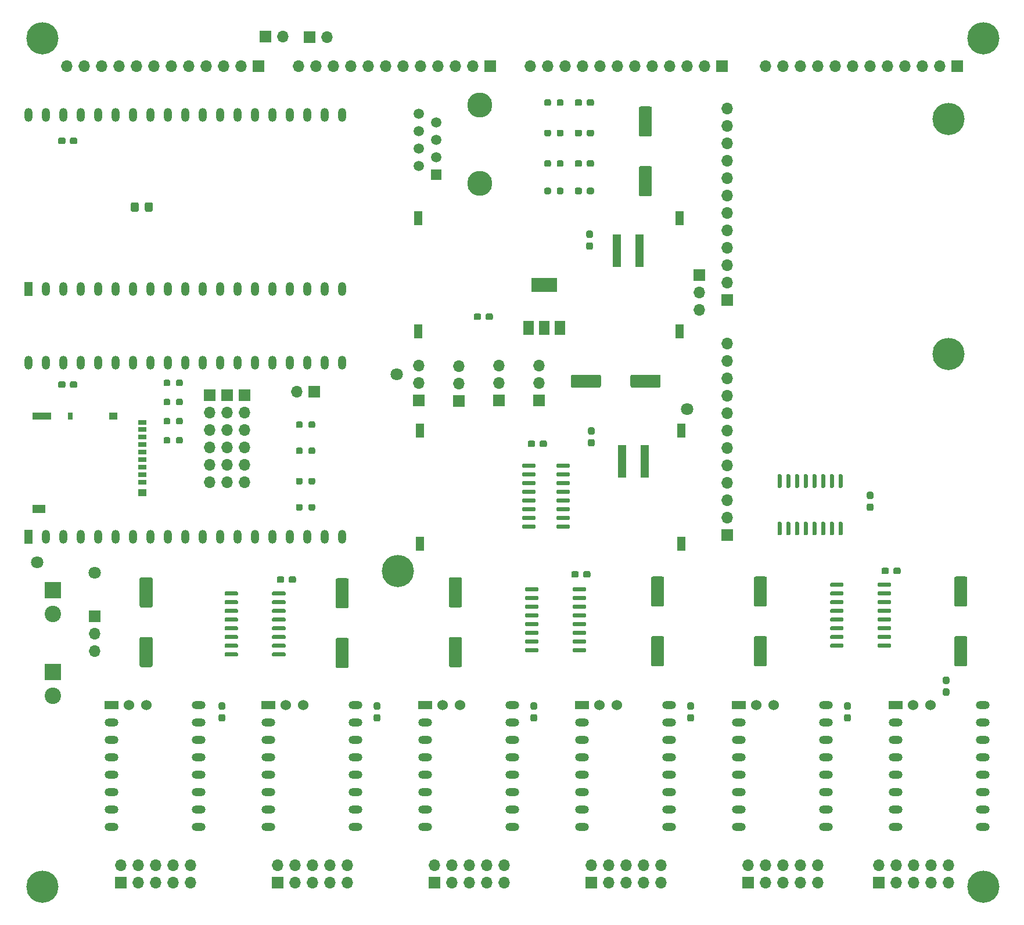
<source format=gts>
G04 #@! TF.GenerationSoftware,KiCad,Pcbnew,(5.1.9)-1*
G04 #@! TF.CreationDate,2021-03-09T19:40:00-06:00*
G04 #@! TF.ProjectId,BDringController,42447269-6e67-4436-9f6e-74726f6c6c65,rev?*
G04 #@! TF.SameCoordinates,Original*
G04 #@! TF.FileFunction,Soldermask,Top*
G04 #@! TF.FilePolarity,Negative*
%FSLAX46Y46*%
G04 Gerber Fmt 4.6, Leading zero omitted, Abs format (unit mm)*
G04 Created by KiCad (PCBNEW (5.1.9)-1) date 2021-03-09 19:40:00*
%MOMM*%
%LPD*%
G01*
G04 APERTURE LIST*
%ADD10O,1.200000X2.000000*%
%ADD11R,1.200000X2.000000*%
%ADD12C,3.650000*%
%ADD13R,1.500000X1.500000*%
%ADD14C,1.500000*%
%ADD15C,1.524000*%
%ADD16O,2.000000X1.200000*%
%ADD17R,2.000000X1.200000*%
%ADD18C,4.700000*%
%ADD19C,3.100000*%
%ADD20O,1.700000X1.700000*%
%ADD21R,1.700000X1.700000*%
%ADD22R,2.400000X2.400000*%
%ADD23C,2.400000*%
%ADD24R,1.900000X1.300000*%
%ADD25R,2.800000X1.000000*%
%ADD26R,0.800000X1.000000*%
%ADD27R,1.200000X1.000000*%
%ADD28R,1.200000X0.700000*%
%ADD29R,1.200000X4.700000*%
%ADD30R,1.500000X2.000000*%
%ADD31R,3.800000X2.000000*%
%ADD32C,1.800000*%
G04 APERTURE END LIST*
D10*
X62738000Y-76581000D03*
D11*
X62738000Y-101981000D03*
D10*
X65278000Y-76581000D03*
X65278000Y-101981000D03*
X67818000Y-76581000D03*
X67818000Y-101981000D03*
X70358000Y-76581000D03*
X70358000Y-101981000D03*
X72898000Y-76581000D03*
X72898000Y-101981000D03*
X75438000Y-76581000D03*
X75438000Y-101981000D03*
X77978000Y-76581000D03*
X77978000Y-101981000D03*
X80518000Y-76581000D03*
X80518000Y-101981000D03*
X83058000Y-76581000D03*
X83058000Y-101981000D03*
X85598000Y-76581000D03*
X85598000Y-101981000D03*
X88138000Y-76581000D03*
X88138000Y-101981000D03*
X90678000Y-76581000D03*
X90678000Y-101981000D03*
X93218000Y-76581000D03*
X93218000Y-101981000D03*
X95758000Y-76581000D03*
X95758000Y-101981000D03*
X98298000Y-76581000D03*
X98298000Y-101981000D03*
X100838000Y-76581000D03*
X100838000Y-101981000D03*
X103378000Y-76581000D03*
X103378000Y-101981000D03*
X105918000Y-76581000D03*
X105918000Y-101981000D03*
X108458000Y-76581000D03*
X108458000Y-101981000D03*
X62738000Y-40386000D03*
D11*
X62738000Y-65786000D03*
D10*
X65278000Y-40386000D03*
X65278000Y-65786000D03*
X67818000Y-40386000D03*
X67818000Y-65786000D03*
X70358000Y-40386000D03*
X70358000Y-65786000D03*
X72898000Y-40386000D03*
X72898000Y-65786000D03*
X75438000Y-40386000D03*
X75438000Y-65786000D03*
X77978000Y-40386000D03*
X77978000Y-65786000D03*
X80518000Y-40386000D03*
X80518000Y-65786000D03*
X83058000Y-40386000D03*
X83058000Y-65786000D03*
X85598000Y-40386000D03*
X85598000Y-65786000D03*
X88138000Y-40386000D03*
X88138000Y-65786000D03*
X90678000Y-40386000D03*
X90678000Y-65786000D03*
X93218000Y-40386000D03*
X93218000Y-65786000D03*
X95758000Y-40386000D03*
X95758000Y-65786000D03*
X98298000Y-40386000D03*
X98298000Y-65786000D03*
X100838000Y-40386000D03*
X100838000Y-65786000D03*
X103378000Y-40386000D03*
X103378000Y-65786000D03*
X105918000Y-40386000D03*
X105918000Y-65786000D03*
X108458000Y-40386000D03*
X108458000Y-65786000D03*
D12*
X128500000Y-39000000D03*
X128500000Y-50430000D03*
D13*
X122150000Y-49160000D03*
D14*
X119610000Y-47890000D03*
X122150000Y-46620000D03*
X119610000Y-45350000D03*
X122150000Y-44080000D03*
X119610000Y-42810000D03*
X122150000Y-41540000D03*
X119610000Y-40270000D03*
D11*
X157607000Y-72009000D03*
X157607000Y-55499000D03*
X119507000Y-72009000D03*
X119507000Y-55499000D03*
D15*
X102743000Y-126492000D03*
X100203000Y-126492000D03*
D16*
X97663000Y-144272000D03*
X110363000Y-144272000D03*
X97663000Y-141732000D03*
X110363000Y-141732000D03*
X97663000Y-139192000D03*
X110363000Y-139192000D03*
X97663000Y-136652000D03*
X110363000Y-136652000D03*
X97663000Y-134112000D03*
X110363000Y-134112000D03*
X97663000Y-131572000D03*
X110363000Y-131572000D03*
X97663000Y-129032000D03*
X110363000Y-129032000D03*
D17*
X97663000Y-126492000D03*
D16*
X110363000Y-126492000D03*
D15*
X125603000Y-126492000D03*
X123063000Y-126492000D03*
D16*
X120523000Y-144272000D03*
X133223000Y-144272000D03*
X120523000Y-141732000D03*
X133223000Y-141732000D03*
X120523000Y-139192000D03*
X133223000Y-139192000D03*
X120523000Y-136652000D03*
X133223000Y-136652000D03*
X120523000Y-134112000D03*
X133223000Y-134112000D03*
X120523000Y-131572000D03*
X133223000Y-131572000D03*
X120523000Y-129032000D03*
X133223000Y-129032000D03*
D17*
X120523000Y-126492000D03*
D16*
X133223000Y-126492000D03*
D15*
X171323000Y-126492000D03*
X168783000Y-126492000D03*
D16*
X166243000Y-144272000D03*
X178943000Y-144272000D03*
X166243000Y-141732000D03*
X178943000Y-141732000D03*
X166243000Y-139192000D03*
X178943000Y-139192000D03*
X166243000Y-136652000D03*
X178943000Y-136652000D03*
X166243000Y-134112000D03*
X178943000Y-134112000D03*
X166243000Y-131572000D03*
X178943000Y-131572000D03*
X166243000Y-129032000D03*
X178943000Y-129032000D03*
D17*
X166243000Y-126492000D03*
D16*
X178943000Y-126492000D03*
D15*
X194183000Y-126492000D03*
X191643000Y-126492000D03*
D16*
X189103000Y-144272000D03*
X201803000Y-144272000D03*
X189103000Y-141732000D03*
X201803000Y-141732000D03*
X189103000Y-139192000D03*
X201803000Y-139192000D03*
X189103000Y-136652000D03*
X201803000Y-136652000D03*
X189103000Y-134112000D03*
X201803000Y-134112000D03*
X189103000Y-131572000D03*
X201803000Y-131572000D03*
X189103000Y-129032000D03*
X201803000Y-129032000D03*
D17*
X189103000Y-126492000D03*
D16*
X201803000Y-126492000D03*
D15*
X148463000Y-126492000D03*
X145923000Y-126492000D03*
D16*
X143383000Y-144272000D03*
X156083000Y-144272000D03*
X143383000Y-141732000D03*
X156083000Y-141732000D03*
X143383000Y-139192000D03*
X156083000Y-139192000D03*
X143383000Y-136652000D03*
X156083000Y-136652000D03*
X143383000Y-134112000D03*
X156083000Y-134112000D03*
X143383000Y-131572000D03*
X156083000Y-131572000D03*
X143383000Y-129032000D03*
X156083000Y-129032000D03*
D17*
X143383000Y-126492000D03*
D16*
X156083000Y-126492000D03*
D15*
X79883000Y-126492000D03*
X77343000Y-126492000D03*
D16*
X74803000Y-144272000D03*
X87503000Y-144272000D03*
X74803000Y-141732000D03*
X87503000Y-141732000D03*
X74803000Y-139192000D03*
X87503000Y-139192000D03*
X74803000Y-136652000D03*
X87503000Y-136652000D03*
X74803000Y-134112000D03*
X87503000Y-134112000D03*
X74803000Y-131572000D03*
X87503000Y-131572000D03*
X74803000Y-129032000D03*
X87503000Y-129032000D03*
D17*
X74803000Y-126492000D03*
D16*
X87503000Y-126492000D03*
G36*
G01*
X83395000Y-79264500D02*
X83395000Y-79739500D01*
G75*
G02*
X83157500Y-79977000I-237500J0D01*
G01*
X82657500Y-79977000D01*
G75*
G02*
X82420000Y-79739500I0J237500D01*
G01*
X82420000Y-79264500D01*
G75*
G02*
X82657500Y-79027000I237500J0D01*
G01*
X83157500Y-79027000D01*
G75*
G02*
X83395000Y-79264500I0J-237500D01*
G01*
G37*
G36*
G01*
X85220000Y-79264500D02*
X85220000Y-79739500D01*
G75*
G02*
X84982500Y-79977000I-237500J0D01*
G01*
X84482500Y-79977000D01*
G75*
G02*
X84245000Y-79739500I0J237500D01*
G01*
X84245000Y-79264500D01*
G75*
G02*
X84482500Y-79027000I237500J0D01*
G01*
X84982500Y-79027000D01*
G75*
G02*
X85220000Y-79264500I0J-237500D01*
G01*
G37*
G36*
G01*
X196262500Y-124075000D02*
X196737500Y-124075000D01*
G75*
G02*
X196975000Y-124312500I0J-237500D01*
G01*
X196975000Y-124912500D01*
G75*
G02*
X196737500Y-125150000I-237500J0D01*
G01*
X196262500Y-125150000D01*
G75*
G02*
X196025000Y-124912500I0J237500D01*
G01*
X196025000Y-124312500D01*
G75*
G02*
X196262500Y-124075000I237500J0D01*
G01*
G37*
G36*
G01*
X196262500Y-122350000D02*
X196737500Y-122350000D01*
G75*
G02*
X196975000Y-122587500I0J-237500D01*
G01*
X196975000Y-123187500D01*
G75*
G02*
X196737500Y-123425000I-237500J0D01*
G01*
X196262500Y-123425000D01*
G75*
G02*
X196025000Y-123187500I0J237500D01*
G01*
X196025000Y-122587500D01*
G75*
G02*
X196262500Y-122350000I237500J0D01*
G01*
G37*
G36*
G01*
X181880500Y-127833000D02*
X182355500Y-127833000D01*
G75*
G02*
X182593000Y-128070500I0J-237500D01*
G01*
X182593000Y-128670500D01*
G75*
G02*
X182355500Y-128908000I-237500J0D01*
G01*
X181880500Y-128908000D01*
G75*
G02*
X181643000Y-128670500I0J237500D01*
G01*
X181643000Y-128070500D01*
G75*
G02*
X181880500Y-127833000I237500J0D01*
G01*
G37*
G36*
G01*
X181880500Y-126108000D02*
X182355500Y-126108000D01*
G75*
G02*
X182593000Y-126345500I0J-237500D01*
G01*
X182593000Y-126945500D01*
G75*
G02*
X182355500Y-127183000I-237500J0D01*
G01*
X181880500Y-127183000D01*
G75*
G02*
X181643000Y-126945500I0J237500D01*
G01*
X181643000Y-126345500D01*
G75*
G02*
X181880500Y-126108000I237500J0D01*
G01*
G37*
G36*
G01*
X159020500Y-127833000D02*
X159495500Y-127833000D01*
G75*
G02*
X159733000Y-128070500I0J-237500D01*
G01*
X159733000Y-128670500D01*
G75*
G02*
X159495500Y-128908000I-237500J0D01*
G01*
X159020500Y-128908000D01*
G75*
G02*
X158783000Y-128670500I0J237500D01*
G01*
X158783000Y-128070500D01*
G75*
G02*
X159020500Y-127833000I237500J0D01*
G01*
G37*
G36*
G01*
X159020500Y-126108000D02*
X159495500Y-126108000D01*
G75*
G02*
X159733000Y-126345500I0J-237500D01*
G01*
X159733000Y-126945500D01*
G75*
G02*
X159495500Y-127183000I-237500J0D01*
G01*
X159020500Y-127183000D01*
G75*
G02*
X158783000Y-126945500I0J237500D01*
G01*
X158783000Y-126345500D01*
G75*
G02*
X159020500Y-126108000I237500J0D01*
G01*
G37*
G36*
G01*
X136160500Y-127833000D02*
X136635500Y-127833000D01*
G75*
G02*
X136873000Y-128070500I0J-237500D01*
G01*
X136873000Y-128670500D01*
G75*
G02*
X136635500Y-128908000I-237500J0D01*
G01*
X136160500Y-128908000D01*
G75*
G02*
X135923000Y-128670500I0J237500D01*
G01*
X135923000Y-128070500D01*
G75*
G02*
X136160500Y-127833000I237500J0D01*
G01*
G37*
G36*
G01*
X136160500Y-126108000D02*
X136635500Y-126108000D01*
G75*
G02*
X136873000Y-126345500I0J-237500D01*
G01*
X136873000Y-126945500D01*
G75*
G02*
X136635500Y-127183000I-237500J0D01*
G01*
X136160500Y-127183000D01*
G75*
G02*
X135923000Y-126945500I0J237500D01*
G01*
X135923000Y-126345500D01*
G75*
G02*
X136160500Y-126108000I237500J0D01*
G01*
G37*
G36*
G01*
X113300500Y-127833000D02*
X113775500Y-127833000D01*
G75*
G02*
X114013000Y-128070500I0J-237500D01*
G01*
X114013000Y-128670500D01*
G75*
G02*
X113775500Y-128908000I-237500J0D01*
G01*
X113300500Y-128908000D01*
G75*
G02*
X113063000Y-128670500I0J237500D01*
G01*
X113063000Y-128070500D01*
G75*
G02*
X113300500Y-127833000I237500J0D01*
G01*
G37*
G36*
G01*
X113300500Y-126108000D02*
X113775500Y-126108000D01*
G75*
G02*
X114013000Y-126345500I0J-237500D01*
G01*
X114013000Y-126945500D01*
G75*
G02*
X113775500Y-127183000I-237500J0D01*
G01*
X113300500Y-127183000D01*
G75*
G02*
X113063000Y-126945500I0J237500D01*
G01*
X113063000Y-126345500D01*
G75*
G02*
X113300500Y-126108000I237500J0D01*
G01*
G37*
G36*
G01*
X90694500Y-127833000D02*
X91169500Y-127833000D01*
G75*
G02*
X91407000Y-128070500I0J-237500D01*
G01*
X91407000Y-128670500D01*
G75*
G02*
X91169500Y-128908000I-237500J0D01*
G01*
X90694500Y-128908000D01*
G75*
G02*
X90457000Y-128670500I0J237500D01*
G01*
X90457000Y-128070500D01*
G75*
G02*
X90694500Y-127833000I237500J0D01*
G01*
G37*
G36*
G01*
X90694500Y-126108000D02*
X91169500Y-126108000D01*
G75*
G02*
X91407000Y-126345500I0J-237500D01*
G01*
X91407000Y-126945500D01*
G75*
G02*
X91169500Y-127183000I-237500J0D01*
G01*
X90694500Y-127183000D01*
G75*
G02*
X90457000Y-126945500I0J237500D01*
G01*
X90457000Y-126345500D01*
G75*
G02*
X90694500Y-126108000I237500J0D01*
G01*
G37*
D18*
X64770000Y-29210000D03*
D19*
X64770000Y-29210000D03*
D18*
X196850000Y-41021000D03*
D19*
X196850000Y-41021000D03*
D18*
X196850000Y-75311000D03*
D19*
X196850000Y-75311000D03*
D18*
X201930000Y-153035000D03*
D19*
X201930000Y-153035000D03*
D18*
X116586000Y-106934000D03*
D19*
X116586000Y-106934000D03*
D18*
X64770000Y-153035000D03*
D19*
X64770000Y-153035000D03*
G36*
G01*
X67053000Y-44433500D02*
X67053000Y-43958500D01*
G75*
G02*
X67290500Y-43721000I237500J0D01*
G01*
X67890500Y-43721000D01*
G75*
G02*
X68128000Y-43958500I0J-237500D01*
G01*
X68128000Y-44433500D01*
G75*
G02*
X67890500Y-44671000I-237500J0D01*
G01*
X67290500Y-44671000D01*
G75*
G02*
X67053000Y-44433500I0J237500D01*
G01*
G37*
G36*
G01*
X68778000Y-44433500D02*
X68778000Y-43958500D01*
G75*
G02*
X69015500Y-43721000I237500J0D01*
G01*
X69615500Y-43721000D01*
G75*
G02*
X69853000Y-43958500I0J-237500D01*
G01*
X69853000Y-44433500D01*
G75*
G02*
X69615500Y-44671000I-237500J0D01*
G01*
X69015500Y-44671000D01*
G75*
G02*
X68778000Y-44433500I0J237500D01*
G01*
G37*
G36*
G01*
X68128000Y-79518500D02*
X68128000Y-79993500D01*
G75*
G02*
X67890500Y-80231000I-237500J0D01*
G01*
X67290500Y-80231000D01*
G75*
G02*
X67053000Y-79993500I0J237500D01*
G01*
X67053000Y-79518500D01*
G75*
G02*
X67290500Y-79281000I237500J0D01*
G01*
X67890500Y-79281000D01*
G75*
G02*
X68128000Y-79518500I0J-237500D01*
G01*
G37*
G36*
G01*
X69853000Y-79518500D02*
X69853000Y-79993500D01*
G75*
G02*
X69615500Y-80231000I-237500J0D01*
G01*
X69015500Y-80231000D01*
G75*
G02*
X68778000Y-79993500I0J237500D01*
G01*
X68778000Y-79518500D01*
G75*
G02*
X69015500Y-79281000I237500J0D01*
G01*
X69615500Y-79281000D01*
G75*
G02*
X69853000Y-79518500I0J-237500D01*
G01*
G37*
G36*
G01*
X144763500Y-60074000D02*
X144288500Y-60074000D01*
G75*
G02*
X144051000Y-59836500I0J237500D01*
G01*
X144051000Y-59236500D01*
G75*
G02*
X144288500Y-58999000I237500J0D01*
G01*
X144763500Y-58999000D01*
G75*
G02*
X145001000Y-59236500I0J-237500D01*
G01*
X145001000Y-59836500D01*
G75*
G02*
X144763500Y-60074000I-237500J0D01*
G01*
G37*
G36*
G01*
X144763500Y-58349000D02*
X144288500Y-58349000D01*
G75*
G02*
X144051000Y-58111500I0J237500D01*
G01*
X144051000Y-57511500D01*
G75*
G02*
X144288500Y-57274000I237500J0D01*
G01*
X144763500Y-57274000D01*
G75*
G02*
X145001000Y-57511500I0J-237500D01*
G01*
X145001000Y-58111500D01*
G75*
G02*
X144763500Y-58349000I-237500J0D01*
G01*
G37*
G36*
G01*
X145017500Y-87051000D02*
X144542500Y-87051000D01*
G75*
G02*
X144305000Y-86813500I0J237500D01*
G01*
X144305000Y-86213500D01*
G75*
G02*
X144542500Y-85976000I237500J0D01*
G01*
X145017500Y-85976000D01*
G75*
G02*
X145255000Y-86213500I0J-237500D01*
G01*
X145255000Y-86813500D01*
G75*
G02*
X145017500Y-87051000I-237500J0D01*
G01*
G37*
G36*
G01*
X145017500Y-88776000D02*
X144542500Y-88776000D01*
G75*
G02*
X144305000Y-88538500I0J237500D01*
G01*
X144305000Y-87938500D01*
G75*
G02*
X144542500Y-87701000I237500J0D01*
G01*
X145017500Y-87701000D01*
G75*
G02*
X145255000Y-87938500I0J-237500D01*
G01*
X145255000Y-88538500D01*
G75*
G02*
X145017500Y-88776000I-237500J0D01*
G01*
G37*
G36*
G01*
X129357000Y-70087500D02*
X129357000Y-69612500D01*
G75*
G02*
X129594500Y-69375000I237500J0D01*
G01*
X130194500Y-69375000D01*
G75*
G02*
X130432000Y-69612500I0J-237500D01*
G01*
X130432000Y-70087500D01*
G75*
G02*
X130194500Y-70325000I-237500J0D01*
G01*
X129594500Y-70325000D01*
G75*
G02*
X129357000Y-70087500I0J237500D01*
G01*
G37*
G36*
G01*
X127632000Y-70087500D02*
X127632000Y-69612500D01*
G75*
G02*
X127869500Y-69375000I237500J0D01*
G01*
X128469500Y-69375000D01*
G75*
G02*
X128707000Y-69612500I0J-237500D01*
G01*
X128707000Y-70087500D01*
G75*
G02*
X128469500Y-70325000I-237500J0D01*
G01*
X127869500Y-70325000D01*
G75*
G02*
X127632000Y-70087500I0J237500D01*
G01*
G37*
G36*
G01*
X100005000Y-107966500D02*
X100005000Y-108441500D01*
G75*
G02*
X99767500Y-108679000I-237500J0D01*
G01*
X99167500Y-108679000D01*
G75*
G02*
X98930000Y-108441500I0J237500D01*
G01*
X98930000Y-107966500D01*
G75*
G02*
X99167500Y-107729000I237500J0D01*
G01*
X99767500Y-107729000D01*
G75*
G02*
X100005000Y-107966500I0J-237500D01*
G01*
G37*
G36*
G01*
X101730000Y-107966500D02*
X101730000Y-108441500D01*
G75*
G02*
X101492500Y-108679000I-237500J0D01*
G01*
X100892500Y-108679000D01*
G75*
G02*
X100655000Y-108441500I0J237500D01*
G01*
X100655000Y-107966500D01*
G75*
G02*
X100892500Y-107729000I237500J0D01*
G01*
X101492500Y-107729000D01*
G75*
G02*
X101730000Y-107966500I0J-237500D01*
G01*
G37*
G36*
G01*
X188143000Y-106696500D02*
X188143000Y-107171500D01*
G75*
G02*
X187905500Y-107409000I-237500J0D01*
G01*
X187305500Y-107409000D01*
G75*
G02*
X187068000Y-107171500I0J237500D01*
G01*
X187068000Y-106696500D01*
G75*
G02*
X187305500Y-106459000I237500J0D01*
G01*
X187905500Y-106459000D01*
G75*
G02*
X188143000Y-106696500I0J-237500D01*
G01*
G37*
G36*
G01*
X189868000Y-106696500D02*
X189868000Y-107171500D01*
G75*
G02*
X189630500Y-107409000I-237500J0D01*
G01*
X189030500Y-107409000D01*
G75*
G02*
X188793000Y-107171500I0J237500D01*
G01*
X188793000Y-106696500D01*
G75*
G02*
X189030500Y-106459000I237500J0D01*
G01*
X189630500Y-106459000D01*
G75*
G02*
X189868000Y-106696500I0J-237500D01*
G01*
G37*
G36*
G01*
X185182500Y-95374000D02*
X185657500Y-95374000D01*
G75*
G02*
X185895000Y-95611500I0J-237500D01*
G01*
X185895000Y-96211500D01*
G75*
G02*
X185657500Y-96449000I-237500J0D01*
G01*
X185182500Y-96449000D01*
G75*
G02*
X184945000Y-96211500I0J237500D01*
G01*
X184945000Y-95611500D01*
G75*
G02*
X185182500Y-95374000I237500J0D01*
G01*
G37*
G36*
G01*
X185182500Y-97099000D02*
X185657500Y-97099000D01*
G75*
G02*
X185895000Y-97336500I0J-237500D01*
G01*
X185895000Y-97936500D01*
G75*
G02*
X185657500Y-98174000I-237500J0D01*
G01*
X185182500Y-98174000D01*
G75*
G02*
X184945000Y-97936500I0J237500D01*
G01*
X184945000Y-97336500D01*
G75*
G02*
X185182500Y-97099000I237500J0D01*
G01*
G37*
G36*
G01*
X144656000Y-107204500D02*
X144656000Y-107679500D01*
G75*
G02*
X144418500Y-107917000I-237500J0D01*
G01*
X143818500Y-107917000D01*
G75*
G02*
X143581000Y-107679500I0J237500D01*
G01*
X143581000Y-107204500D01*
G75*
G02*
X143818500Y-106967000I237500J0D01*
G01*
X144418500Y-106967000D01*
G75*
G02*
X144656000Y-107204500I0J-237500D01*
G01*
G37*
G36*
G01*
X142931000Y-107204500D02*
X142931000Y-107679500D01*
G75*
G02*
X142693500Y-107917000I-237500J0D01*
G01*
X142093500Y-107917000D01*
G75*
G02*
X141856000Y-107679500I0J237500D01*
G01*
X141856000Y-107204500D01*
G75*
G02*
X142093500Y-106967000I237500J0D01*
G01*
X142693500Y-106967000D01*
G75*
G02*
X142931000Y-107204500I0J-237500D01*
G01*
G37*
G36*
G01*
X77648000Y-54298001D02*
X77648000Y-53397999D01*
G75*
G02*
X77897999Y-53148000I249999J0D01*
G01*
X78548001Y-53148000D01*
G75*
G02*
X78798000Y-53397999I0J-249999D01*
G01*
X78798000Y-54298001D01*
G75*
G02*
X78548001Y-54548000I-249999J0D01*
G01*
X77897999Y-54548000D01*
G75*
G02*
X77648000Y-54298001I0J249999D01*
G01*
G37*
G36*
G01*
X79698000Y-54298001D02*
X79698000Y-53397999D01*
G75*
G02*
X79947999Y-53148000I249999J0D01*
G01*
X80598001Y-53148000D01*
G75*
G02*
X80848000Y-53397999I0J-249999D01*
G01*
X80848000Y-54298001D01*
G75*
G02*
X80598001Y-54548000I-249999J0D01*
G01*
X79947999Y-54548000D01*
G75*
G02*
X79698000Y-54298001I0J249999D01*
G01*
G37*
G36*
G01*
X145164000Y-38370500D02*
X145164000Y-38845500D01*
G75*
G02*
X144926500Y-39083000I-237500J0D01*
G01*
X144351500Y-39083000D01*
G75*
G02*
X144114000Y-38845500I0J237500D01*
G01*
X144114000Y-38370500D01*
G75*
G02*
X144351500Y-38133000I237500J0D01*
G01*
X144926500Y-38133000D01*
G75*
G02*
X145164000Y-38370500I0J-237500D01*
G01*
G37*
G36*
G01*
X143414000Y-38370500D02*
X143414000Y-38845500D01*
G75*
G02*
X143176500Y-39083000I-237500J0D01*
G01*
X142601500Y-39083000D01*
G75*
G02*
X142364000Y-38845500I0J237500D01*
G01*
X142364000Y-38370500D01*
G75*
G02*
X142601500Y-38133000I237500J0D01*
G01*
X143176500Y-38133000D01*
G75*
G02*
X143414000Y-38370500I0J-237500D01*
G01*
G37*
G36*
G01*
X143414000Y-47260500D02*
X143414000Y-47735500D01*
G75*
G02*
X143176500Y-47973000I-237500J0D01*
G01*
X142601500Y-47973000D01*
G75*
G02*
X142364000Y-47735500I0J237500D01*
G01*
X142364000Y-47260500D01*
G75*
G02*
X142601500Y-47023000I237500J0D01*
G01*
X143176500Y-47023000D01*
G75*
G02*
X143414000Y-47260500I0J-237500D01*
G01*
G37*
G36*
G01*
X145164000Y-47260500D02*
X145164000Y-47735500D01*
G75*
G02*
X144926500Y-47973000I-237500J0D01*
G01*
X144351500Y-47973000D01*
G75*
G02*
X144114000Y-47735500I0J237500D01*
G01*
X144114000Y-47260500D01*
G75*
G02*
X144351500Y-47023000I237500J0D01*
G01*
X144926500Y-47023000D01*
G75*
G02*
X145164000Y-47260500I0J-237500D01*
G01*
G37*
G36*
G01*
X145164000Y-42815500D02*
X145164000Y-43290500D01*
G75*
G02*
X144926500Y-43528000I-237500J0D01*
G01*
X144351500Y-43528000D01*
G75*
G02*
X144114000Y-43290500I0J237500D01*
G01*
X144114000Y-42815500D01*
G75*
G02*
X144351500Y-42578000I237500J0D01*
G01*
X144926500Y-42578000D01*
G75*
G02*
X145164000Y-42815500I0J-237500D01*
G01*
G37*
G36*
G01*
X143414000Y-42815500D02*
X143414000Y-43290500D01*
G75*
G02*
X143176500Y-43528000I-237500J0D01*
G01*
X142601500Y-43528000D01*
G75*
G02*
X142364000Y-43290500I0J237500D01*
G01*
X142364000Y-42815500D01*
G75*
G02*
X142601500Y-42578000I237500J0D01*
G01*
X143176500Y-42578000D01*
G75*
G02*
X143414000Y-42815500I0J-237500D01*
G01*
G37*
G36*
G01*
X143414000Y-51262500D02*
X143414000Y-51737500D01*
G75*
G02*
X143176500Y-51975000I-237500J0D01*
G01*
X142601500Y-51975000D01*
G75*
G02*
X142364000Y-51737500I0J237500D01*
G01*
X142364000Y-51262500D01*
G75*
G02*
X142601500Y-51025000I237500J0D01*
G01*
X143176500Y-51025000D01*
G75*
G02*
X143414000Y-51262500I0J-237500D01*
G01*
G37*
G36*
G01*
X145164000Y-51262500D02*
X145164000Y-51737500D01*
G75*
G02*
X144926500Y-51975000I-237500J0D01*
G01*
X144351500Y-51975000D01*
G75*
G02*
X144114000Y-51737500I0J237500D01*
G01*
X144114000Y-51262500D01*
G75*
G02*
X144351500Y-51025000I237500J0D01*
G01*
X144926500Y-51025000D01*
G75*
G02*
X145164000Y-51262500I0J-237500D01*
G01*
G37*
D20*
X68326000Y-33274000D03*
X70866000Y-33274000D03*
X73406000Y-33274000D03*
X75946000Y-33274000D03*
X78486000Y-33274000D03*
X81026000Y-33274000D03*
X83566000Y-33274000D03*
X86106000Y-33274000D03*
X88646000Y-33274000D03*
X91186000Y-33274000D03*
X93726000Y-33274000D03*
D21*
X96266000Y-33274000D03*
D20*
X91694000Y-93980000D03*
X91694000Y-91440000D03*
X91694000Y-88900000D03*
X91694000Y-86360000D03*
X91694000Y-83820000D03*
D21*
X91694000Y-81280000D03*
X94234000Y-81280000D03*
D20*
X94234000Y-83820000D03*
X94234000Y-86360000D03*
X94234000Y-88900000D03*
X94234000Y-91440000D03*
X94234000Y-93980000D03*
D21*
X164592000Y-101727000D03*
D20*
X164592000Y-99187000D03*
X164592000Y-96647000D03*
X164592000Y-94107000D03*
X164592000Y-91567000D03*
X164592000Y-89027000D03*
X164592000Y-86487000D03*
X164592000Y-83947000D03*
X164592000Y-81407000D03*
X164592000Y-78867000D03*
X164592000Y-76327000D03*
X164592000Y-73787000D03*
D22*
X66294000Y-121666000D03*
D23*
X66294000Y-125166000D03*
D22*
X66294000Y-109728000D03*
D23*
X66294000Y-113228000D03*
D20*
X102108000Y-33274000D03*
X104648000Y-33274000D03*
X107188000Y-33274000D03*
X109728000Y-33274000D03*
X112268000Y-33274000D03*
X114808000Y-33274000D03*
X117348000Y-33274000D03*
X119888000Y-33274000D03*
X122428000Y-33274000D03*
X124968000Y-33274000D03*
X127508000Y-33274000D03*
D21*
X130048000Y-33274000D03*
D20*
X72390000Y-118618000D03*
X72390000Y-116078000D03*
D21*
X72390000Y-113538000D03*
X164592000Y-67437000D03*
D20*
X164592000Y-64897000D03*
X164592000Y-62357000D03*
X164592000Y-59817000D03*
X164592000Y-57277000D03*
X164592000Y-54737000D03*
X164592000Y-52197000D03*
X164592000Y-49657000D03*
X164592000Y-47117000D03*
X164592000Y-44577000D03*
X164592000Y-42037000D03*
X164592000Y-39497000D03*
D21*
X160528000Y-63754000D03*
D20*
X160528000Y-66294000D03*
X160528000Y-68834000D03*
X135890000Y-33274000D03*
X138430000Y-33274000D03*
X140970000Y-33274000D03*
X143510000Y-33274000D03*
X146050000Y-33274000D03*
X148590000Y-33274000D03*
X151130000Y-33274000D03*
X153670000Y-33274000D03*
X156210000Y-33274000D03*
X158750000Y-33274000D03*
X161290000Y-33274000D03*
D21*
X163830000Y-33274000D03*
X198120000Y-33274000D03*
D20*
X195580000Y-33274000D03*
X193040000Y-33274000D03*
X190500000Y-33274000D03*
X187960000Y-33274000D03*
X185420000Y-33274000D03*
X182880000Y-33274000D03*
X180340000Y-33274000D03*
X177800000Y-33274000D03*
X175260000Y-33274000D03*
X172720000Y-33274000D03*
X170180000Y-33274000D03*
D24*
X64253000Y-97861000D03*
D25*
X64703000Y-84361000D03*
D26*
X68853000Y-84361000D03*
D27*
X75053000Y-84361000D03*
X79353000Y-95511000D03*
D28*
X79353000Y-87361000D03*
X79353000Y-88461000D03*
X79353000Y-89561000D03*
X79353000Y-90661000D03*
X79353000Y-91761000D03*
X79353000Y-92861000D03*
X79353000Y-93961000D03*
X79353000Y-86261000D03*
X79353000Y-85311000D03*
D20*
X119634000Y-76962000D03*
X119634000Y-79502000D03*
D21*
X119634000Y-82042000D03*
X125476000Y-82169000D03*
D20*
X125476000Y-79629000D03*
X125476000Y-77089000D03*
X131318000Y-76962000D03*
X131318000Y-79502000D03*
D21*
X131318000Y-82042000D03*
X137160000Y-82042000D03*
D20*
X137160000Y-79502000D03*
X137160000Y-76962000D03*
D29*
X148459000Y-60198000D03*
X151769000Y-60198000D03*
X152531000Y-90932000D03*
X149221000Y-90932000D03*
D11*
X119761000Y-86487000D03*
X119761000Y-102997000D03*
X157861000Y-86487000D03*
X157861000Y-102997000D03*
G36*
G01*
X103549000Y-85835500D02*
X103549000Y-85360500D01*
G75*
G02*
X103786500Y-85123000I237500J0D01*
G01*
X104286500Y-85123000D01*
G75*
G02*
X104524000Y-85360500I0J-237500D01*
G01*
X104524000Y-85835500D01*
G75*
G02*
X104286500Y-86073000I-237500J0D01*
G01*
X103786500Y-86073000D01*
G75*
G02*
X103549000Y-85835500I0J237500D01*
G01*
G37*
G36*
G01*
X101724000Y-85835500D02*
X101724000Y-85360500D01*
G75*
G02*
X101961500Y-85123000I237500J0D01*
G01*
X102461500Y-85123000D01*
G75*
G02*
X102699000Y-85360500I0J-237500D01*
G01*
X102699000Y-85835500D01*
G75*
G02*
X102461500Y-86073000I-237500J0D01*
G01*
X101961500Y-86073000D01*
G75*
G02*
X101724000Y-85835500I0J237500D01*
G01*
G37*
G36*
G01*
X101724000Y-89645500D02*
X101724000Y-89170500D01*
G75*
G02*
X101961500Y-88933000I237500J0D01*
G01*
X102461500Y-88933000D01*
G75*
G02*
X102699000Y-89170500I0J-237500D01*
G01*
X102699000Y-89645500D01*
G75*
G02*
X102461500Y-89883000I-237500J0D01*
G01*
X101961500Y-89883000D01*
G75*
G02*
X101724000Y-89645500I0J237500D01*
G01*
G37*
G36*
G01*
X103549000Y-89645500D02*
X103549000Y-89170500D01*
G75*
G02*
X103786500Y-88933000I237500J0D01*
G01*
X104286500Y-88933000D01*
G75*
G02*
X104524000Y-89170500I0J-237500D01*
G01*
X104524000Y-89645500D01*
G75*
G02*
X104286500Y-89883000I-237500J0D01*
G01*
X103786500Y-89883000D01*
G75*
G02*
X103549000Y-89645500I0J237500D01*
G01*
G37*
G36*
G01*
X103549000Y-94090500D02*
X103549000Y-93615500D01*
G75*
G02*
X103786500Y-93378000I237500J0D01*
G01*
X104286500Y-93378000D01*
G75*
G02*
X104524000Y-93615500I0J-237500D01*
G01*
X104524000Y-94090500D01*
G75*
G02*
X104286500Y-94328000I-237500J0D01*
G01*
X103786500Y-94328000D01*
G75*
G02*
X103549000Y-94090500I0J237500D01*
G01*
G37*
G36*
G01*
X101724000Y-94090500D02*
X101724000Y-93615500D01*
G75*
G02*
X101961500Y-93378000I237500J0D01*
G01*
X102461500Y-93378000D01*
G75*
G02*
X102699000Y-93615500I0J-237500D01*
G01*
X102699000Y-94090500D01*
G75*
G02*
X102461500Y-94328000I-237500J0D01*
G01*
X101961500Y-94328000D01*
G75*
G02*
X101724000Y-94090500I0J237500D01*
G01*
G37*
G36*
G01*
X101724000Y-97900500D02*
X101724000Y-97425500D01*
G75*
G02*
X101961500Y-97188000I237500J0D01*
G01*
X102461500Y-97188000D01*
G75*
G02*
X102699000Y-97425500I0J-237500D01*
G01*
X102699000Y-97900500D01*
G75*
G02*
X102461500Y-98138000I-237500J0D01*
G01*
X101961500Y-98138000D01*
G75*
G02*
X101724000Y-97900500I0J237500D01*
G01*
G37*
G36*
G01*
X103549000Y-97900500D02*
X103549000Y-97425500D01*
G75*
G02*
X103786500Y-97188000I237500J0D01*
G01*
X104286500Y-97188000D01*
G75*
G02*
X104524000Y-97425500I0J-237500D01*
G01*
X104524000Y-97900500D01*
G75*
G02*
X104286500Y-98138000I-237500J0D01*
G01*
X103786500Y-98138000D01*
G75*
G02*
X103549000Y-97900500I0J237500D01*
G01*
G37*
G36*
G01*
X140719000Y-38370500D02*
X140719000Y-38845500D01*
G75*
G02*
X140481500Y-39083000I-237500J0D01*
G01*
X139981500Y-39083000D01*
G75*
G02*
X139744000Y-38845500I0J237500D01*
G01*
X139744000Y-38370500D01*
G75*
G02*
X139981500Y-38133000I237500J0D01*
G01*
X140481500Y-38133000D01*
G75*
G02*
X140719000Y-38370500I0J-237500D01*
G01*
G37*
G36*
G01*
X138894000Y-38370500D02*
X138894000Y-38845500D01*
G75*
G02*
X138656500Y-39083000I-237500J0D01*
G01*
X138156500Y-39083000D01*
G75*
G02*
X137919000Y-38845500I0J237500D01*
G01*
X137919000Y-38370500D01*
G75*
G02*
X138156500Y-38133000I237500J0D01*
G01*
X138656500Y-38133000D01*
G75*
G02*
X138894000Y-38370500I0J-237500D01*
G01*
G37*
G36*
G01*
X138894000Y-47260500D02*
X138894000Y-47735500D01*
G75*
G02*
X138656500Y-47973000I-237500J0D01*
G01*
X138156500Y-47973000D01*
G75*
G02*
X137919000Y-47735500I0J237500D01*
G01*
X137919000Y-47260500D01*
G75*
G02*
X138156500Y-47023000I237500J0D01*
G01*
X138656500Y-47023000D01*
G75*
G02*
X138894000Y-47260500I0J-237500D01*
G01*
G37*
G36*
G01*
X140719000Y-47260500D02*
X140719000Y-47735500D01*
G75*
G02*
X140481500Y-47973000I-237500J0D01*
G01*
X139981500Y-47973000D01*
G75*
G02*
X139744000Y-47735500I0J237500D01*
G01*
X139744000Y-47260500D01*
G75*
G02*
X139981500Y-47023000I237500J0D01*
G01*
X140481500Y-47023000D01*
G75*
G02*
X140719000Y-47260500I0J-237500D01*
G01*
G37*
G36*
G01*
X138894000Y-42815500D02*
X138894000Y-43290500D01*
G75*
G02*
X138656500Y-43528000I-237500J0D01*
G01*
X138156500Y-43528000D01*
G75*
G02*
X137919000Y-43290500I0J237500D01*
G01*
X137919000Y-42815500D01*
G75*
G02*
X138156500Y-42578000I237500J0D01*
G01*
X138656500Y-42578000D01*
G75*
G02*
X138894000Y-42815500I0J-237500D01*
G01*
G37*
G36*
G01*
X140719000Y-42815500D02*
X140719000Y-43290500D01*
G75*
G02*
X140481500Y-43528000I-237500J0D01*
G01*
X139981500Y-43528000D01*
G75*
G02*
X139744000Y-43290500I0J237500D01*
G01*
X139744000Y-42815500D01*
G75*
G02*
X139981500Y-42578000I237500J0D01*
G01*
X140481500Y-42578000D01*
G75*
G02*
X140719000Y-42815500I0J-237500D01*
G01*
G37*
G36*
G01*
X140719000Y-51262500D02*
X140719000Y-51737500D01*
G75*
G02*
X140481500Y-51975000I-237500J0D01*
G01*
X139981500Y-51975000D01*
G75*
G02*
X139744000Y-51737500I0J237500D01*
G01*
X139744000Y-51262500D01*
G75*
G02*
X139981500Y-51025000I237500J0D01*
G01*
X140481500Y-51025000D01*
G75*
G02*
X140719000Y-51262500I0J-237500D01*
G01*
G37*
G36*
G01*
X138894000Y-51262500D02*
X138894000Y-51737500D01*
G75*
G02*
X138656500Y-51975000I-237500J0D01*
G01*
X138156500Y-51975000D01*
G75*
G02*
X137919000Y-51737500I0J237500D01*
G01*
X137919000Y-51262500D01*
G75*
G02*
X138156500Y-51025000I237500J0D01*
G01*
X138656500Y-51025000D01*
G75*
G02*
X138894000Y-51262500I0J-237500D01*
G01*
G37*
G36*
G01*
X134676000Y-91717000D02*
X134676000Y-91417000D01*
G75*
G02*
X134826000Y-91267000I150000J0D01*
G01*
X136526000Y-91267000D01*
G75*
G02*
X136676000Y-91417000I0J-150000D01*
G01*
X136676000Y-91717000D01*
G75*
G02*
X136526000Y-91867000I-150000J0D01*
G01*
X134826000Y-91867000D01*
G75*
G02*
X134676000Y-91717000I0J150000D01*
G01*
G37*
G36*
G01*
X134676000Y-92987000D02*
X134676000Y-92687000D01*
G75*
G02*
X134826000Y-92537000I150000J0D01*
G01*
X136526000Y-92537000D01*
G75*
G02*
X136676000Y-92687000I0J-150000D01*
G01*
X136676000Y-92987000D01*
G75*
G02*
X136526000Y-93137000I-150000J0D01*
G01*
X134826000Y-93137000D01*
G75*
G02*
X134676000Y-92987000I0J150000D01*
G01*
G37*
G36*
G01*
X134676000Y-94257000D02*
X134676000Y-93957000D01*
G75*
G02*
X134826000Y-93807000I150000J0D01*
G01*
X136526000Y-93807000D01*
G75*
G02*
X136676000Y-93957000I0J-150000D01*
G01*
X136676000Y-94257000D01*
G75*
G02*
X136526000Y-94407000I-150000J0D01*
G01*
X134826000Y-94407000D01*
G75*
G02*
X134676000Y-94257000I0J150000D01*
G01*
G37*
G36*
G01*
X134676000Y-95527000D02*
X134676000Y-95227000D01*
G75*
G02*
X134826000Y-95077000I150000J0D01*
G01*
X136526000Y-95077000D01*
G75*
G02*
X136676000Y-95227000I0J-150000D01*
G01*
X136676000Y-95527000D01*
G75*
G02*
X136526000Y-95677000I-150000J0D01*
G01*
X134826000Y-95677000D01*
G75*
G02*
X134676000Y-95527000I0J150000D01*
G01*
G37*
G36*
G01*
X134676000Y-96797000D02*
X134676000Y-96497000D01*
G75*
G02*
X134826000Y-96347000I150000J0D01*
G01*
X136526000Y-96347000D01*
G75*
G02*
X136676000Y-96497000I0J-150000D01*
G01*
X136676000Y-96797000D01*
G75*
G02*
X136526000Y-96947000I-150000J0D01*
G01*
X134826000Y-96947000D01*
G75*
G02*
X134676000Y-96797000I0J150000D01*
G01*
G37*
G36*
G01*
X134676000Y-98067000D02*
X134676000Y-97767000D01*
G75*
G02*
X134826000Y-97617000I150000J0D01*
G01*
X136526000Y-97617000D01*
G75*
G02*
X136676000Y-97767000I0J-150000D01*
G01*
X136676000Y-98067000D01*
G75*
G02*
X136526000Y-98217000I-150000J0D01*
G01*
X134826000Y-98217000D01*
G75*
G02*
X134676000Y-98067000I0J150000D01*
G01*
G37*
G36*
G01*
X134676000Y-99337000D02*
X134676000Y-99037000D01*
G75*
G02*
X134826000Y-98887000I150000J0D01*
G01*
X136526000Y-98887000D01*
G75*
G02*
X136676000Y-99037000I0J-150000D01*
G01*
X136676000Y-99337000D01*
G75*
G02*
X136526000Y-99487000I-150000J0D01*
G01*
X134826000Y-99487000D01*
G75*
G02*
X134676000Y-99337000I0J150000D01*
G01*
G37*
G36*
G01*
X134676000Y-100607000D02*
X134676000Y-100307000D01*
G75*
G02*
X134826000Y-100157000I150000J0D01*
G01*
X136526000Y-100157000D01*
G75*
G02*
X136676000Y-100307000I0J-150000D01*
G01*
X136676000Y-100607000D01*
G75*
G02*
X136526000Y-100757000I-150000J0D01*
G01*
X134826000Y-100757000D01*
G75*
G02*
X134676000Y-100607000I0J150000D01*
G01*
G37*
G36*
G01*
X139676000Y-100607000D02*
X139676000Y-100307000D01*
G75*
G02*
X139826000Y-100157000I150000J0D01*
G01*
X141526000Y-100157000D01*
G75*
G02*
X141676000Y-100307000I0J-150000D01*
G01*
X141676000Y-100607000D01*
G75*
G02*
X141526000Y-100757000I-150000J0D01*
G01*
X139826000Y-100757000D01*
G75*
G02*
X139676000Y-100607000I0J150000D01*
G01*
G37*
G36*
G01*
X139676000Y-99337000D02*
X139676000Y-99037000D01*
G75*
G02*
X139826000Y-98887000I150000J0D01*
G01*
X141526000Y-98887000D01*
G75*
G02*
X141676000Y-99037000I0J-150000D01*
G01*
X141676000Y-99337000D01*
G75*
G02*
X141526000Y-99487000I-150000J0D01*
G01*
X139826000Y-99487000D01*
G75*
G02*
X139676000Y-99337000I0J150000D01*
G01*
G37*
G36*
G01*
X139676000Y-98067000D02*
X139676000Y-97767000D01*
G75*
G02*
X139826000Y-97617000I150000J0D01*
G01*
X141526000Y-97617000D01*
G75*
G02*
X141676000Y-97767000I0J-150000D01*
G01*
X141676000Y-98067000D01*
G75*
G02*
X141526000Y-98217000I-150000J0D01*
G01*
X139826000Y-98217000D01*
G75*
G02*
X139676000Y-98067000I0J150000D01*
G01*
G37*
G36*
G01*
X139676000Y-96797000D02*
X139676000Y-96497000D01*
G75*
G02*
X139826000Y-96347000I150000J0D01*
G01*
X141526000Y-96347000D01*
G75*
G02*
X141676000Y-96497000I0J-150000D01*
G01*
X141676000Y-96797000D01*
G75*
G02*
X141526000Y-96947000I-150000J0D01*
G01*
X139826000Y-96947000D01*
G75*
G02*
X139676000Y-96797000I0J150000D01*
G01*
G37*
G36*
G01*
X139676000Y-95527000D02*
X139676000Y-95227000D01*
G75*
G02*
X139826000Y-95077000I150000J0D01*
G01*
X141526000Y-95077000D01*
G75*
G02*
X141676000Y-95227000I0J-150000D01*
G01*
X141676000Y-95527000D01*
G75*
G02*
X141526000Y-95677000I-150000J0D01*
G01*
X139826000Y-95677000D01*
G75*
G02*
X139676000Y-95527000I0J150000D01*
G01*
G37*
G36*
G01*
X139676000Y-94257000D02*
X139676000Y-93957000D01*
G75*
G02*
X139826000Y-93807000I150000J0D01*
G01*
X141526000Y-93807000D01*
G75*
G02*
X141676000Y-93957000I0J-150000D01*
G01*
X141676000Y-94257000D01*
G75*
G02*
X141526000Y-94407000I-150000J0D01*
G01*
X139826000Y-94407000D01*
G75*
G02*
X139676000Y-94257000I0J150000D01*
G01*
G37*
G36*
G01*
X139676000Y-92987000D02*
X139676000Y-92687000D01*
G75*
G02*
X139826000Y-92537000I150000J0D01*
G01*
X141526000Y-92537000D01*
G75*
G02*
X141676000Y-92687000I0J-150000D01*
G01*
X141676000Y-92987000D01*
G75*
G02*
X141526000Y-93137000I-150000J0D01*
G01*
X139826000Y-93137000D01*
G75*
G02*
X139676000Y-92987000I0J150000D01*
G01*
G37*
G36*
G01*
X139676000Y-91717000D02*
X139676000Y-91417000D01*
G75*
G02*
X139826000Y-91267000I150000J0D01*
G01*
X141526000Y-91267000D01*
G75*
G02*
X141676000Y-91417000I0J-150000D01*
G01*
X141676000Y-91717000D01*
G75*
G02*
X141526000Y-91867000I-150000J0D01*
G01*
X139826000Y-91867000D01*
G75*
G02*
X139676000Y-91717000I0J150000D01*
G01*
G37*
D30*
X135622000Y-71476000D03*
X140222000Y-71476000D03*
X137922000Y-71476000D03*
D31*
X137922000Y-65176000D03*
G36*
G01*
X98233000Y-110386000D02*
X98233000Y-110086000D01*
G75*
G02*
X98383000Y-109936000I150000J0D01*
G01*
X100058000Y-109936000D01*
G75*
G02*
X100208000Y-110086000I0J-150000D01*
G01*
X100208000Y-110386000D01*
G75*
G02*
X100058000Y-110536000I-150000J0D01*
G01*
X98383000Y-110536000D01*
G75*
G02*
X98233000Y-110386000I0J150000D01*
G01*
G37*
G36*
G01*
X98233000Y-111656000D02*
X98233000Y-111356000D01*
G75*
G02*
X98383000Y-111206000I150000J0D01*
G01*
X100058000Y-111206000D01*
G75*
G02*
X100208000Y-111356000I0J-150000D01*
G01*
X100208000Y-111656000D01*
G75*
G02*
X100058000Y-111806000I-150000J0D01*
G01*
X98383000Y-111806000D01*
G75*
G02*
X98233000Y-111656000I0J150000D01*
G01*
G37*
G36*
G01*
X98233000Y-112926000D02*
X98233000Y-112626000D01*
G75*
G02*
X98383000Y-112476000I150000J0D01*
G01*
X100058000Y-112476000D01*
G75*
G02*
X100208000Y-112626000I0J-150000D01*
G01*
X100208000Y-112926000D01*
G75*
G02*
X100058000Y-113076000I-150000J0D01*
G01*
X98383000Y-113076000D01*
G75*
G02*
X98233000Y-112926000I0J150000D01*
G01*
G37*
G36*
G01*
X98233000Y-114196000D02*
X98233000Y-113896000D01*
G75*
G02*
X98383000Y-113746000I150000J0D01*
G01*
X100058000Y-113746000D01*
G75*
G02*
X100208000Y-113896000I0J-150000D01*
G01*
X100208000Y-114196000D01*
G75*
G02*
X100058000Y-114346000I-150000J0D01*
G01*
X98383000Y-114346000D01*
G75*
G02*
X98233000Y-114196000I0J150000D01*
G01*
G37*
G36*
G01*
X98233000Y-115466000D02*
X98233000Y-115166000D01*
G75*
G02*
X98383000Y-115016000I150000J0D01*
G01*
X100058000Y-115016000D01*
G75*
G02*
X100208000Y-115166000I0J-150000D01*
G01*
X100208000Y-115466000D01*
G75*
G02*
X100058000Y-115616000I-150000J0D01*
G01*
X98383000Y-115616000D01*
G75*
G02*
X98233000Y-115466000I0J150000D01*
G01*
G37*
G36*
G01*
X98233000Y-116736000D02*
X98233000Y-116436000D01*
G75*
G02*
X98383000Y-116286000I150000J0D01*
G01*
X100058000Y-116286000D01*
G75*
G02*
X100208000Y-116436000I0J-150000D01*
G01*
X100208000Y-116736000D01*
G75*
G02*
X100058000Y-116886000I-150000J0D01*
G01*
X98383000Y-116886000D01*
G75*
G02*
X98233000Y-116736000I0J150000D01*
G01*
G37*
G36*
G01*
X98233000Y-118006000D02*
X98233000Y-117706000D01*
G75*
G02*
X98383000Y-117556000I150000J0D01*
G01*
X100058000Y-117556000D01*
G75*
G02*
X100208000Y-117706000I0J-150000D01*
G01*
X100208000Y-118006000D01*
G75*
G02*
X100058000Y-118156000I-150000J0D01*
G01*
X98383000Y-118156000D01*
G75*
G02*
X98233000Y-118006000I0J150000D01*
G01*
G37*
G36*
G01*
X98233000Y-119276000D02*
X98233000Y-118976000D01*
G75*
G02*
X98383000Y-118826000I150000J0D01*
G01*
X100058000Y-118826000D01*
G75*
G02*
X100208000Y-118976000I0J-150000D01*
G01*
X100208000Y-119276000D01*
G75*
G02*
X100058000Y-119426000I-150000J0D01*
G01*
X98383000Y-119426000D01*
G75*
G02*
X98233000Y-119276000I0J150000D01*
G01*
G37*
G36*
G01*
X91308000Y-119276000D02*
X91308000Y-118976000D01*
G75*
G02*
X91458000Y-118826000I150000J0D01*
G01*
X93133000Y-118826000D01*
G75*
G02*
X93283000Y-118976000I0J-150000D01*
G01*
X93283000Y-119276000D01*
G75*
G02*
X93133000Y-119426000I-150000J0D01*
G01*
X91458000Y-119426000D01*
G75*
G02*
X91308000Y-119276000I0J150000D01*
G01*
G37*
G36*
G01*
X91308000Y-118006000D02*
X91308000Y-117706000D01*
G75*
G02*
X91458000Y-117556000I150000J0D01*
G01*
X93133000Y-117556000D01*
G75*
G02*
X93283000Y-117706000I0J-150000D01*
G01*
X93283000Y-118006000D01*
G75*
G02*
X93133000Y-118156000I-150000J0D01*
G01*
X91458000Y-118156000D01*
G75*
G02*
X91308000Y-118006000I0J150000D01*
G01*
G37*
G36*
G01*
X91308000Y-116736000D02*
X91308000Y-116436000D01*
G75*
G02*
X91458000Y-116286000I150000J0D01*
G01*
X93133000Y-116286000D01*
G75*
G02*
X93283000Y-116436000I0J-150000D01*
G01*
X93283000Y-116736000D01*
G75*
G02*
X93133000Y-116886000I-150000J0D01*
G01*
X91458000Y-116886000D01*
G75*
G02*
X91308000Y-116736000I0J150000D01*
G01*
G37*
G36*
G01*
X91308000Y-115466000D02*
X91308000Y-115166000D01*
G75*
G02*
X91458000Y-115016000I150000J0D01*
G01*
X93133000Y-115016000D01*
G75*
G02*
X93283000Y-115166000I0J-150000D01*
G01*
X93283000Y-115466000D01*
G75*
G02*
X93133000Y-115616000I-150000J0D01*
G01*
X91458000Y-115616000D01*
G75*
G02*
X91308000Y-115466000I0J150000D01*
G01*
G37*
G36*
G01*
X91308000Y-114196000D02*
X91308000Y-113896000D01*
G75*
G02*
X91458000Y-113746000I150000J0D01*
G01*
X93133000Y-113746000D01*
G75*
G02*
X93283000Y-113896000I0J-150000D01*
G01*
X93283000Y-114196000D01*
G75*
G02*
X93133000Y-114346000I-150000J0D01*
G01*
X91458000Y-114346000D01*
G75*
G02*
X91308000Y-114196000I0J150000D01*
G01*
G37*
G36*
G01*
X91308000Y-112926000D02*
X91308000Y-112626000D01*
G75*
G02*
X91458000Y-112476000I150000J0D01*
G01*
X93133000Y-112476000D01*
G75*
G02*
X93283000Y-112626000I0J-150000D01*
G01*
X93283000Y-112926000D01*
G75*
G02*
X93133000Y-113076000I-150000J0D01*
G01*
X91458000Y-113076000D01*
G75*
G02*
X91308000Y-112926000I0J150000D01*
G01*
G37*
G36*
G01*
X91308000Y-111656000D02*
X91308000Y-111356000D01*
G75*
G02*
X91458000Y-111206000I150000J0D01*
G01*
X93133000Y-111206000D01*
G75*
G02*
X93283000Y-111356000I0J-150000D01*
G01*
X93283000Y-111656000D01*
G75*
G02*
X93133000Y-111806000I-150000J0D01*
G01*
X91458000Y-111806000D01*
G75*
G02*
X91308000Y-111656000I0J150000D01*
G01*
G37*
G36*
G01*
X91308000Y-110386000D02*
X91308000Y-110086000D01*
G75*
G02*
X91458000Y-109936000I150000J0D01*
G01*
X93133000Y-109936000D01*
G75*
G02*
X93283000Y-110086000I0J-150000D01*
G01*
X93283000Y-110386000D01*
G75*
G02*
X93133000Y-110536000I-150000J0D01*
G01*
X91458000Y-110536000D01*
G75*
G02*
X91308000Y-110386000I0J150000D01*
G01*
G37*
G36*
G01*
X186498000Y-109116000D02*
X186498000Y-108816000D01*
G75*
G02*
X186648000Y-108666000I150000J0D01*
G01*
X188323000Y-108666000D01*
G75*
G02*
X188473000Y-108816000I0J-150000D01*
G01*
X188473000Y-109116000D01*
G75*
G02*
X188323000Y-109266000I-150000J0D01*
G01*
X186648000Y-109266000D01*
G75*
G02*
X186498000Y-109116000I0J150000D01*
G01*
G37*
G36*
G01*
X186498000Y-110386000D02*
X186498000Y-110086000D01*
G75*
G02*
X186648000Y-109936000I150000J0D01*
G01*
X188323000Y-109936000D01*
G75*
G02*
X188473000Y-110086000I0J-150000D01*
G01*
X188473000Y-110386000D01*
G75*
G02*
X188323000Y-110536000I-150000J0D01*
G01*
X186648000Y-110536000D01*
G75*
G02*
X186498000Y-110386000I0J150000D01*
G01*
G37*
G36*
G01*
X186498000Y-111656000D02*
X186498000Y-111356000D01*
G75*
G02*
X186648000Y-111206000I150000J0D01*
G01*
X188323000Y-111206000D01*
G75*
G02*
X188473000Y-111356000I0J-150000D01*
G01*
X188473000Y-111656000D01*
G75*
G02*
X188323000Y-111806000I-150000J0D01*
G01*
X186648000Y-111806000D01*
G75*
G02*
X186498000Y-111656000I0J150000D01*
G01*
G37*
G36*
G01*
X186498000Y-112926000D02*
X186498000Y-112626000D01*
G75*
G02*
X186648000Y-112476000I150000J0D01*
G01*
X188323000Y-112476000D01*
G75*
G02*
X188473000Y-112626000I0J-150000D01*
G01*
X188473000Y-112926000D01*
G75*
G02*
X188323000Y-113076000I-150000J0D01*
G01*
X186648000Y-113076000D01*
G75*
G02*
X186498000Y-112926000I0J150000D01*
G01*
G37*
G36*
G01*
X186498000Y-114196000D02*
X186498000Y-113896000D01*
G75*
G02*
X186648000Y-113746000I150000J0D01*
G01*
X188323000Y-113746000D01*
G75*
G02*
X188473000Y-113896000I0J-150000D01*
G01*
X188473000Y-114196000D01*
G75*
G02*
X188323000Y-114346000I-150000J0D01*
G01*
X186648000Y-114346000D01*
G75*
G02*
X186498000Y-114196000I0J150000D01*
G01*
G37*
G36*
G01*
X186498000Y-115466000D02*
X186498000Y-115166000D01*
G75*
G02*
X186648000Y-115016000I150000J0D01*
G01*
X188323000Y-115016000D01*
G75*
G02*
X188473000Y-115166000I0J-150000D01*
G01*
X188473000Y-115466000D01*
G75*
G02*
X188323000Y-115616000I-150000J0D01*
G01*
X186648000Y-115616000D01*
G75*
G02*
X186498000Y-115466000I0J150000D01*
G01*
G37*
G36*
G01*
X186498000Y-116736000D02*
X186498000Y-116436000D01*
G75*
G02*
X186648000Y-116286000I150000J0D01*
G01*
X188323000Y-116286000D01*
G75*
G02*
X188473000Y-116436000I0J-150000D01*
G01*
X188473000Y-116736000D01*
G75*
G02*
X188323000Y-116886000I-150000J0D01*
G01*
X186648000Y-116886000D01*
G75*
G02*
X186498000Y-116736000I0J150000D01*
G01*
G37*
G36*
G01*
X186498000Y-118006000D02*
X186498000Y-117706000D01*
G75*
G02*
X186648000Y-117556000I150000J0D01*
G01*
X188323000Y-117556000D01*
G75*
G02*
X188473000Y-117706000I0J-150000D01*
G01*
X188473000Y-118006000D01*
G75*
G02*
X188323000Y-118156000I-150000J0D01*
G01*
X186648000Y-118156000D01*
G75*
G02*
X186498000Y-118006000I0J150000D01*
G01*
G37*
G36*
G01*
X179573000Y-118006000D02*
X179573000Y-117706000D01*
G75*
G02*
X179723000Y-117556000I150000J0D01*
G01*
X181398000Y-117556000D01*
G75*
G02*
X181548000Y-117706000I0J-150000D01*
G01*
X181548000Y-118006000D01*
G75*
G02*
X181398000Y-118156000I-150000J0D01*
G01*
X179723000Y-118156000D01*
G75*
G02*
X179573000Y-118006000I0J150000D01*
G01*
G37*
G36*
G01*
X179573000Y-116736000D02*
X179573000Y-116436000D01*
G75*
G02*
X179723000Y-116286000I150000J0D01*
G01*
X181398000Y-116286000D01*
G75*
G02*
X181548000Y-116436000I0J-150000D01*
G01*
X181548000Y-116736000D01*
G75*
G02*
X181398000Y-116886000I-150000J0D01*
G01*
X179723000Y-116886000D01*
G75*
G02*
X179573000Y-116736000I0J150000D01*
G01*
G37*
G36*
G01*
X179573000Y-115466000D02*
X179573000Y-115166000D01*
G75*
G02*
X179723000Y-115016000I150000J0D01*
G01*
X181398000Y-115016000D01*
G75*
G02*
X181548000Y-115166000I0J-150000D01*
G01*
X181548000Y-115466000D01*
G75*
G02*
X181398000Y-115616000I-150000J0D01*
G01*
X179723000Y-115616000D01*
G75*
G02*
X179573000Y-115466000I0J150000D01*
G01*
G37*
G36*
G01*
X179573000Y-114196000D02*
X179573000Y-113896000D01*
G75*
G02*
X179723000Y-113746000I150000J0D01*
G01*
X181398000Y-113746000D01*
G75*
G02*
X181548000Y-113896000I0J-150000D01*
G01*
X181548000Y-114196000D01*
G75*
G02*
X181398000Y-114346000I-150000J0D01*
G01*
X179723000Y-114346000D01*
G75*
G02*
X179573000Y-114196000I0J150000D01*
G01*
G37*
G36*
G01*
X179573000Y-112926000D02*
X179573000Y-112626000D01*
G75*
G02*
X179723000Y-112476000I150000J0D01*
G01*
X181398000Y-112476000D01*
G75*
G02*
X181548000Y-112626000I0J-150000D01*
G01*
X181548000Y-112926000D01*
G75*
G02*
X181398000Y-113076000I-150000J0D01*
G01*
X179723000Y-113076000D01*
G75*
G02*
X179573000Y-112926000I0J150000D01*
G01*
G37*
G36*
G01*
X179573000Y-111656000D02*
X179573000Y-111356000D01*
G75*
G02*
X179723000Y-111206000I150000J0D01*
G01*
X181398000Y-111206000D01*
G75*
G02*
X181548000Y-111356000I0J-150000D01*
G01*
X181548000Y-111656000D01*
G75*
G02*
X181398000Y-111806000I-150000J0D01*
G01*
X179723000Y-111806000D01*
G75*
G02*
X179573000Y-111656000I0J150000D01*
G01*
G37*
G36*
G01*
X179573000Y-110386000D02*
X179573000Y-110086000D01*
G75*
G02*
X179723000Y-109936000I150000J0D01*
G01*
X181398000Y-109936000D01*
G75*
G02*
X181548000Y-110086000I0J-150000D01*
G01*
X181548000Y-110386000D01*
G75*
G02*
X181398000Y-110536000I-150000J0D01*
G01*
X179723000Y-110536000D01*
G75*
G02*
X179573000Y-110386000I0J150000D01*
G01*
G37*
G36*
G01*
X179573000Y-109116000D02*
X179573000Y-108816000D01*
G75*
G02*
X179723000Y-108666000I150000J0D01*
G01*
X181398000Y-108666000D01*
G75*
G02*
X181548000Y-108816000I0J-150000D01*
G01*
X181548000Y-109116000D01*
G75*
G02*
X181398000Y-109266000I-150000J0D01*
G01*
X179723000Y-109266000D01*
G75*
G02*
X179573000Y-109116000I0J150000D01*
G01*
G37*
G36*
G01*
X135123000Y-109751000D02*
X135123000Y-109451000D01*
G75*
G02*
X135273000Y-109301000I150000J0D01*
G01*
X136948000Y-109301000D01*
G75*
G02*
X137098000Y-109451000I0J-150000D01*
G01*
X137098000Y-109751000D01*
G75*
G02*
X136948000Y-109901000I-150000J0D01*
G01*
X135273000Y-109901000D01*
G75*
G02*
X135123000Y-109751000I0J150000D01*
G01*
G37*
G36*
G01*
X135123000Y-111021000D02*
X135123000Y-110721000D01*
G75*
G02*
X135273000Y-110571000I150000J0D01*
G01*
X136948000Y-110571000D01*
G75*
G02*
X137098000Y-110721000I0J-150000D01*
G01*
X137098000Y-111021000D01*
G75*
G02*
X136948000Y-111171000I-150000J0D01*
G01*
X135273000Y-111171000D01*
G75*
G02*
X135123000Y-111021000I0J150000D01*
G01*
G37*
G36*
G01*
X135123000Y-112291000D02*
X135123000Y-111991000D01*
G75*
G02*
X135273000Y-111841000I150000J0D01*
G01*
X136948000Y-111841000D01*
G75*
G02*
X137098000Y-111991000I0J-150000D01*
G01*
X137098000Y-112291000D01*
G75*
G02*
X136948000Y-112441000I-150000J0D01*
G01*
X135273000Y-112441000D01*
G75*
G02*
X135123000Y-112291000I0J150000D01*
G01*
G37*
G36*
G01*
X135123000Y-113561000D02*
X135123000Y-113261000D01*
G75*
G02*
X135273000Y-113111000I150000J0D01*
G01*
X136948000Y-113111000D01*
G75*
G02*
X137098000Y-113261000I0J-150000D01*
G01*
X137098000Y-113561000D01*
G75*
G02*
X136948000Y-113711000I-150000J0D01*
G01*
X135273000Y-113711000D01*
G75*
G02*
X135123000Y-113561000I0J150000D01*
G01*
G37*
G36*
G01*
X135123000Y-114831000D02*
X135123000Y-114531000D01*
G75*
G02*
X135273000Y-114381000I150000J0D01*
G01*
X136948000Y-114381000D01*
G75*
G02*
X137098000Y-114531000I0J-150000D01*
G01*
X137098000Y-114831000D01*
G75*
G02*
X136948000Y-114981000I-150000J0D01*
G01*
X135273000Y-114981000D01*
G75*
G02*
X135123000Y-114831000I0J150000D01*
G01*
G37*
G36*
G01*
X135123000Y-116101000D02*
X135123000Y-115801000D01*
G75*
G02*
X135273000Y-115651000I150000J0D01*
G01*
X136948000Y-115651000D01*
G75*
G02*
X137098000Y-115801000I0J-150000D01*
G01*
X137098000Y-116101000D01*
G75*
G02*
X136948000Y-116251000I-150000J0D01*
G01*
X135273000Y-116251000D01*
G75*
G02*
X135123000Y-116101000I0J150000D01*
G01*
G37*
G36*
G01*
X135123000Y-117371000D02*
X135123000Y-117071000D01*
G75*
G02*
X135273000Y-116921000I150000J0D01*
G01*
X136948000Y-116921000D01*
G75*
G02*
X137098000Y-117071000I0J-150000D01*
G01*
X137098000Y-117371000D01*
G75*
G02*
X136948000Y-117521000I-150000J0D01*
G01*
X135273000Y-117521000D01*
G75*
G02*
X135123000Y-117371000I0J150000D01*
G01*
G37*
G36*
G01*
X135123000Y-118641000D02*
X135123000Y-118341000D01*
G75*
G02*
X135273000Y-118191000I150000J0D01*
G01*
X136948000Y-118191000D01*
G75*
G02*
X137098000Y-118341000I0J-150000D01*
G01*
X137098000Y-118641000D01*
G75*
G02*
X136948000Y-118791000I-150000J0D01*
G01*
X135273000Y-118791000D01*
G75*
G02*
X135123000Y-118641000I0J150000D01*
G01*
G37*
G36*
G01*
X142048000Y-118641000D02*
X142048000Y-118341000D01*
G75*
G02*
X142198000Y-118191000I150000J0D01*
G01*
X143873000Y-118191000D01*
G75*
G02*
X144023000Y-118341000I0J-150000D01*
G01*
X144023000Y-118641000D01*
G75*
G02*
X143873000Y-118791000I-150000J0D01*
G01*
X142198000Y-118791000D01*
G75*
G02*
X142048000Y-118641000I0J150000D01*
G01*
G37*
G36*
G01*
X142048000Y-117371000D02*
X142048000Y-117071000D01*
G75*
G02*
X142198000Y-116921000I150000J0D01*
G01*
X143873000Y-116921000D01*
G75*
G02*
X144023000Y-117071000I0J-150000D01*
G01*
X144023000Y-117371000D01*
G75*
G02*
X143873000Y-117521000I-150000J0D01*
G01*
X142198000Y-117521000D01*
G75*
G02*
X142048000Y-117371000I0J150000D01*
G01*
G37*
G36*
G01*
X142048000Y-116101000D02*
X142048000Y-115801000D01*
G75*
G02*
X142198000Y-115651000I150000J0D01*
G01*
X143873000Y-115651000D01*
G75*
G02*
X144023000Y-115801000I0J-150000D01*
G01*
X144023000Y-116101000D01*
G75*
G02*
X143873000Y-116251000I-150000J0D01*
G01*
X142198000Y-116251000D01*
G75*
G02*
X142048000Y-116101000I0J150000D01*
G01*
G37*
G36*
G01*
X142048000Y-114831000D02*
X142048000Y-114531000D01*
G75*
G02*
X142198000Y-114381000I150000J0D01*
G01*
X143873000Y-114381000D01*
G75*
G02*
X144023000Y-114531000I0J-150000D01*
G01*
X144023000Y-114831000D01*
G75*
G02*
X143873000Y-114981000I-150000J0D01*
G01*
X142198000Y-114981000D01*
G75*
G02*
X142048000Y-114831000I0J150000D01*
G01*
G37*
G36*
G01*
X142048000Y-113561000D02*
X142048000Y-113261000D01*
G75*
G02*
X142198000Y-113111000I150000J0D01*
G01*
X143873000Y-113111000D01*
G75*
G02*
X144023000Y-113261000I0J-150000D01*
G01*
X144023000Y-113561000D01*
G75*
G02*
X143873000Y-113711000I-150000J0D01*
G01*
X142198000Y-113711000D01*
G75*
G02*
X142048000Y-113561000I0J150000D01*
G01*
G37*
G36*
G01*
X142048000Y-112291000D02*
X142048000Y-111991000D01*
G75*
G02*
X142198000Y-111841000I150000J0D01*
G01*
X143873000Y-111841000D01*
G75*
G02*
X144023000Y-111991000I0J-150000D01*
G01*
X144023000Y-112291000D01*
G75*
G02*
X143873000Y-112441000I-150000J0D01*
G01*
X142198000Y-112441000D01*
G75*
G02*
X142048000Y-112291000I0J150000D01*
G01*
G37*
G36*
G01*
X142048000Y-111021000D02*
X142048000Y-110721000D01*
G75*
G02*
X142198000Y-110571000I150000J0D01*
G01*
X143873000Y-110571000D01*
G75*
G02*
X144023000Y-110721000I0J-150000D01*
G01*
X144023000Y-111021000D01*
G75*
G02*
X143873000Y-111171000I-150000J0D01*
G01*
X142198000Y-111171000D01*
G75*
G02*
X142048000Y-111021000I0J150000D01*
G01*
G37*
G36*
G01*
X142048000Y-109751000D02*
X142048000Y-109451000D01*
G75*
G02*
X142198000Y-109301000I150000J0D01*
G01*
X143873000Y-109301000D01*
G75*
G02*
X144023000Y-109451000I0J-150000D01*
G01*
X144023000Y-109751000D01*
G75*
G02*
X143873000Y-109901000I-150000J0D01*
G01*
X142198000Y-109901000D01*
G75*
G02*
X142048000Y-109751000I0J150000D01*
G01*
G37*
G36*
G01*
X180952000Y-92832000D02*
X181252000Y-92832000D01*
G75*
G02*
X181402000Y-92982000I0J-150000D01*
G01*
X181402000Y-94657000D01*
G75*
G02*
X181252000Y-94807000I-150000J0D01*
G01*
X180952000Y-94807000D01*
G75*
G02*
X180802000Y-94657000I0J150000D01*
G01*
X180802000Y-92982000D01*
G75*
G02*
X180952000Y-92832000I150000J0D01*
G01*
G37*
G36*
G01*
X179682000Y-92832000D02*
X179982000Y-92832000D01*
G75*
G02*
X180132000Y-92982000I0J-150000D01*
G01*
X180132000Y-94657000D01*
G75*
G02*
X179982000Y-94807000I-150000J0D01*
G01*
X179682000Y-94807000D01*
G75*
G02*
X179532000Y-94657000I0J150000D01*
G01*
X179532000Y-92982000D01*
G75*
G02*
X179682000Y-92832000I150000J0D01*
G01*
G37*
G36*
G01*
X178412000Y-92832000D02*
X178712000Y-92832000D01*
G75*
G02*
X178862000Y-92982000I0J-150000D01*
G01*
X178862000Y-94657000D01*
G75*
G02*
X178712000Y-94807000I-150000J0D01*
G01*
X178412000Y-94807000D01*
G75*
G02*
X178262000Y-94657000I0J150000D01*
G01*
X178262000Y-92982000D01*
G75*
G02*
X178412000Y-92832000I150000J0D01*
G01*
G37*
G36*
G01*
X177142000Y-92832000D02*
X177442000Y-92832000D01*
G75*
G02*
X177592000Y-92982000I0J-150000D01*
G01*
X177592000Y-94657000D01*
G75*
G02*
X177442000Y-94807000I-150000J0D01*
G01*
X177142000Y-94807000D01*
G75*
G02*
X176992000Y-94657000I0J150000D01*
G01*
X176992000Y-92982000D01*
G75*
G02*
X177142000Y-92832000I150000J0D01*
G01*
G37*
G36*
G01*
X175872000Y-92832000D02*
X176172000Y-92832000D01*
G75*
G02*
X176322000Y-92982000I0J-150000D01*
G01*
X176322000Y-94657000D01*
G75*
G02*
X176172000Y-94807000I-150000J0D01*
G01*
X175872000Y-94807000D01*
G75*
G02*
X175722000Y-94657000I0J150000D01*
G01*
X175722000Y-92982000D01*
G75*
G02*
X175872000Y-92832000I150000J0D01*
G01*
G37*
G36*
G01*
X174602000Y-92832000D02*
X174902000Y-92832000D01*
G75*
G02*
X175052000Y-92982000I0J-150000D01*
G01*
X175052000Y-94657000D01*
G75*
G02*
X174902000Y-94807000I-150000J0D01*
G01*
X174602000Y-94807000D01*
G75*
G02*
X174452000Y-94657000I0J150000D01*
G01*
X174452000Y-92982000D01*
G75*
G02*
X174602000Y-92832000I150000J0D01*
G01*
G37*
G36*
G01*
X173332000Y-92832000D02*
X173632000Y-92832000D01*
G75*
G02*
X173782000Y-92982000I0J-150000D01*
G01*
X173782000Y-94657000D01*
G75*
G02*
X173632000Y-94807000I-150000J0D01*
G01*
X173332000Y-94807000D01*
G75*
G02*
X173182000Y-94657000I0J150000D01*
G01*
X173182000Y-92982000D01*
G75*
G02*
X173332000Y-92832000I150000J0D01*
G01*
G37*
G36*
G01*
X172062000Y-92832000D02*
X172362000Y-92832000D01*
G75*
G02*
X172512000Y-92982000I0J-150000D01*
G01*
X172512000Y-94657000D01*
G75*
G02*
X172362000Y-94807000I-150000J0D01*
G01*
X172062000Y-94807000D01*
G75*
G02*
X171912000Y-94657000I0J150000D01*
G01*
X171912000Y-92982000D01*
G75*
G02*
X172062000Y-92832000I150000J0D01*
G01*
G37*
G36*
G01*
X172062000Y-99757000D02*
X172362000Y-99757000D01*
G75*
G02*
X172512000Y-99907000I0J-150000D01*
G01*
X172512000Y-101582000D01*
G75*
G02*
X172362000Y-101732000I-150000J0D01*
G01*
X172062000Y-101732000D01*
G75*
G02*
X171912000Y-101582000I0J150000D01*
G01*
X171912000Y-99907000D01*
G75*
G02*
X172062000Y-99757000I150000J0D01*
G01*
G37*
G36*
G01*
X173332000Y-99757000D02*
X173632000Y-99757000D01*
G75*
G02*
X173782000Y-99907000I0J-150000D01*
G01*
X173782000Y-101582000D01*
G75*
G02*
X173632000Y-101732000I-150000J0D01*
G01*
X173332000Y-101732000D01*
G75*
G02*
X173182000Y-101582000I0J150000D01*
G01*
X173182000Y-99907000D01*
G75*
G02*
X173332000Y-99757000I150000J0D01*
G01*
G37*
G36*
G01*
X174602000Y-99757000D02*
X174902000Y-99757000D01*
G75*
G02*
X175052000Y-99907000I0J-150000D01*
G01*
X175052000Y-101582000D01*
G75*
G02*
X174902000Y-101732000I-150000J0D01*
G01*
X174602000Y-101732000D01*
G75*
G02*
X174452000Y-101582000I0J150000D01*
G01*
X174452000Y-99907000D01*
G75*
G02*
X174602000Y-99757000I150000J0D01*
G01*
G37*
G36*
G01*
X175872000Y-99757000D02*
X176172000Y-99757000D01*
G75*
G02*
X176322000Y-99907000I0J-150000D01*
G01*
X176322000Y-101582000D01*
G75*
G02*
X176172000Y-101732000I-150000J0D01*
G01*
X175872000Y-101732000D01*
G75*
G02*
X175722000Y-101582000I0J150000D01*
G01*
X175722000Y-99907000D01*
G75*
G02*
X175872000Y-99757000I150000J0D01*
G01*
G37*
G36*
G01*
X177142000Y-99757000D02*
X177442000Y-99757000D01*
G75*
G02*
X177592000Y-99907000I0J-150000D01*
G01*
X177592000Y-101582000D01*
G75*
G02*
X177442000Y-101732000I-150000J0D01*
G01*
X177142000Y-101732000D01*
G75*
G02*
X176992000Y-101582000I0J150000D01*
G01*
X176992000Y-99907000D01*
G75*
G02*
X177142000Y-99757000I150000J0D01*
G01*
G37*
G36*
G01*
X178412000Y-99757000D02*
X178712000Y-99757000D01*
G75*
G02*
X178862000Y-99907000I0J-150000D01*
G01*
X178862000Y-101582000D01*
G75*
G02*
X178712000Y-101732000I-150000J0D01*
G01*
X178412000Y-101732000D01*
G75*
G02*
X178262000Y-101582000I0J150000D01*
G01*
X178262000Y-99907000D01*
G75*
G02*
X178412000Y-99757000I150000J0D01*
G01*
G37*
G36*
G01*
X179682000Y-99757000D02*
X179982000Y-99757000D01*
G75*
G02*
X180132000Y-99907000I0J-150000D01*
G01*
X180132000Y-101582000D01*
G75*
G02*
X179982000Y-101732000I-150000J0D01*
G01*
X179682000Y-101732000D01*
G75*
G02*
X179532000Y-101582000I0J150000D01*
G01*
X179532000Y-99907000D01*
G75*
G02*
X179682000Y-99757000I150000J0D01*
G01*
G37*
G36*
G01*
X180952000Y-99757000D02*
X181252000Y-99757000D01*
G75*
G02*
X181402000Y-99907000I0J-150000D01*
G01*
X181402000Y-101582000D01*
G75*
G02*
X181252000Y-101732000I-150000J0D01*
G01*
X180952000Y-101732000D01*
G75*
G02*
X180802000Y-101582000I0J150000D01*
G01*
X180802000Y-99907000D01*
G75*
G02*
X180952000Y-99757000I150000J0D01*
G01*
G37*
G36*
G01*
X153354002Y-52270000D02*
X151953998Y-52270000D01*
G75*
G02*
X151704000Y-52020002I0J249998D01*
G01*
X151704000Y-48119998D01*
G75*
G02*
X151953998Y-47870000I249998J0D01*
G01*
X153354002Y-47870000D01*
G75*
G02*
X153604000Y-48119998I0J-249998D01*
G01*
X153604000Y-52020002D01*
G75*
G02*
X153354002Y-52270000I-249998J0D01*
G01*
G37*
G36*
G01*
X153354002Y-43570000D02*
X151953998Y-43570000D01*
G75*
G02*
X151704000Y-43320002I0J249998D01*
G01*
X151704000Y-39419998D01*
G75*
G02*
X151953998Y-39170000I249998J0D01*
G01*
X153354002Y-39170000D01*
G75*
G02*
X153604000Y-39419998I0J-249998D01*
G01*
X153604000Y-43320002D01*
G75*
G02*
X153354002Y-43570000I-249998J0D01*
G01*
G37*
G36*
G01*
X154886000Y-78547998D02*
X154886000Y-79948002D01*
G75*
G02*
X154636002Y-80198000I-249998J0D01*
G01*
X150735998Y-80198000D01*
G75*
G02*
X150486000Y-79948002I0J249998D01*
G01*
X150486000Y-78547998D01*
G75*
G02*
X150735998Y-78298000I249998J0D01*
G01*
X154636002Y-78298000D01*
G75*
G02*
X154886000Y-78547998I0J-249998D01*
G01*
G37*
G36*
G01*
X146186000Y-78547998D02*
X146186000Y-79948002D01*
G75*
G02*
X145936002Y-80198000I-249998J0D01*
G01*
X142035998Y-80198000D01*
G75*
G02*
X141786000Y-79948002I0J249998D01*
G01*
X141786000Y-78547998D01*
G75*
G02*
X142035998Y-78298000I249998J0D01*
G01*
X145936002Y-78298000D01*
G75*
G02*
X146186000Y-78547998I0J-249998D01*
G01*
G37*
G36*
G01*
X80583002Y-120977000D02*
X79182998Y-120977000D01*
G75*
G02*
X78933000Y-120727002I0J249998D01*
G01*
X78933000Y-116826998D01*
G75*
G02*
X79182998Y-116577000I249998J0D01*
G01*
X80583002Y-116577000D01*
G75*
G02*
X80833000Y-116826998I0J-249998D01*
G01*
X80833000Y-120727002D01*
G75*
G02*
X80583002Y-120977000I-249998J0D01*
G01*
G37*
G36*
G01*
X80583002Y-112277000D02*
X79182998Y-112277000D01*
G75*
G02*
X78933000Y-112027002I0J249998D01*
G01*
X78933000Y-108126998D01*
G75*
G02*
X79182998Y-107877000I249998J0D01*
G01*
X80583002Y-107877000D01*
G75*
G02*
X80833000Y-108126998I0J-249998D01*
G01*
X80833000Y-112027002D01*
G75*
G02*
X80583002Y-112277000I-249998J0D01*
G01*
G37*
G36*
G01*
X109158002Y-112404000D02*
X107757998Y-112404000D01*
G75*
G02*
X107508000Y-112154002I0J249998D01*
G01*
X107508000Y-108253998D01*
G75*
G02*
X107757998Y-108004000I249998J0D01*
G01*
X109158002Y-108004000D01*
G75*
G02*
X109408000Y-108253998I0J-249998D01*
G01*
X109408000Y-112154002D01*
G75*
G02*
X109158002Y-112404000I-249998J0D01*
G01*
G37*
G36*
G01*
X109158002Y-121104000D02*
X107757998Y-121104000D01*
G75*
G02*
X107508000Y-120854002I0J249998D01*
G01*
X107508000Y-116953998D01*
G75*
G02*
X107757998Y-116704000I249998J0D01*
G01*
X109158002Y-116704000D01*
G75*
G02*
X109408000Y-116953998I0J-249998D01*
G01*
X109408000Y-120854002D01*
G75*
G02*
X109158002Y-121104000I-249998J0D01*
G01*
G37*
G36*
G01*
X125668002Y-112277000D02*
X124267998Y-112277000D01*
G75*
G02*
X124018000Y-112027002I0J249998D01*
G01*
X124018000Y-108126998D01*
G75*
G02*
X124267998Y-107877000I249998J0D01*
G01*
X125668002Y-107877000D01*
G75*
G02*
X125918000Y-108126998I0J-249998D01*
G01*
X125918000Y-112027002D01*
G75*
G02*
X125668002Y-112277000I-249998J0D01*
G01*
G37*
G36*
G01*
X125668002Y-120977000D02*
X124267998Y-120977000D01*
G75*
G02*
X124018000Y-120727002I0J249998D01*
G01*
X124018000Y-116826998D01*
G75*
G02*
X124267998Y-116577000I249998J0D01*
G01*
X125668002Y-116577000D01*
G75*
G02*
X125918000Y-116826998I0J-249998D01*
G01*
X125918000Y-120727002D01*
G75*
G02*
X125668002Y-120977000I-249998J0D01*
G01*
G37*
G36*
G01*
X155132002Y-120850000D02*
X153731998Y-120850000D01*
G75*
G02*
X153482000Y-120600002I0J249998D01*
G01*
X153482000Y-116699998D01*
G75*
G02*
X153731998Y-116450000I249998J0D01*
G01*
X155132002Y-116450000D01*
G75*
G02*
X155382000Y-116699998I0J-249998D01*
G01*
X155382000Y-120600002D01*
G75*
G02*
X155132002Y-120850000I-249998J0D01*
G01*
G37*
G36*
G01*
X155132002Y-112150000D02*
X153731998Y-112150000D01*
G75*
G02*
X153482000Y-111900002I0J249998D01*
G01*
X153482000Y-107999998D01*
G75*
G02*
X153731998Y-107750000I249998J0D01*
G01*
X155132002Y-107750000D01*
G75*
G02*
X155382000Y-107999998I0J-249998D01*
G01*
X155382000Y-111900002D01*
G75*
G02*
X155132002Y-112150000I-249998J0D01*
G01*
G37*
G36*
G01*
X170118002Y-112150000D02*
X168717998Y-112150000D01*
G75*
G02*
X168468000Y-111900002I0J249998D01*
G01*
X168468000Y-107999998D01*
G75*
G02*
X168717998Y-107750000I249998J0D01*
G01*
X170118002Y-107750000D01*
G75*
G02*
X170368000Y-107999998I0J-249998D01*
G01*
X170368000Y-111900002D01*
G75*
G02*
X170118002Y-112150000I-249998J0D01*
G01*
G37*
G36*
G01*
X170118002Y-120850000D02*
X168717998Y-120850000D01*
G75*
G02*
X168468000Y-120600002I0J249998D01*
G01*
X168468000Y-116699998D01*
G75*
G02*
X168717998Y-116450000I249998J0D01*
G01*
X170118002Y-116450000D01*
G75*
G02*
X170368000Y-116699998I0J-249998D01*
G01*
X170368000Y-120600002D01*
G75*
G02*
X170118002Y-120850000I-249998J0D01*
G01*
G37*
G36*
G01*
X199328002Y-112150000D02*
X197927998Y-112150000D01*
G75*
G02*
X197678000Y-111900002I0J249998D01*
G01*
X197678000Y-107999998D01*
G75*
G02*
X197927998Y-107750000I249998J0D01*
G01*
X199328002Y-107750000D01*
G75*
G02*
X199578000Y-107999998I0J-249998D01*
G01*
X199578000Y-111900002D01*
G75*
G02*
X199328002Y-112150000I-249998J0D01*
G01*
G37*
G36*
G01*
X199328002Y-120850000D02*
X197927998Y-120850000D01*
G75*
G02*
X197678000Y-120600002I0J249998D01*
G01*
X197678000Y-116699998D01*
G75*
G02*
X197927998Y-116450000I249998J0D01*
G01*
X199328002Y-116450000D01*
G75*
G02*
X199578000Y-116699998I0J-249998D01*
G01*
X199578000Y-120600002D01*
G75*
G02*
X199328002Y-120850000I-249998J0D01*
G01*
G37*
D19*
X201930000Y-29210000D03*
D18*
X201930000Y-29210000D03*
D21*
X76200000Y-152400000D03*
D20*
X76200000Y-149860000D03*
X78740000Y-152400000D03*
X78740000Y-149860000D03*
X81280000Y-152400000D03*
X81280000Y-149860000D03*
X83820000Y-152400000D03*
X83820000Y-149860000D03*
X86360000Y-152400000D03*
X86360000Y-149860000D03*
X109220000Y-149860000D03*
X109220000Y-152400000D03*
X106680000Y-149860000D03*
X106680000Y-152400000D03*
X104140000Y-149860000D03*
X104140000Y-152400000D03*
X101600000Y-149860000D03*
X101600000Y-152400000D03*
X99060000Y-149860000D03*
D21*
X99060000Y-152400000D03*
X121920000Y-152400000D03*
D20*
X121920000Y-149860000D03*
X124460000Y-152400000D03*
X124460000Y-149860000D03*
X127000000Y-152400000D03*
X127000000Y-149860000D03*
X129540000Y-152400000D03*
X129540000Y-149860000D03*
X132080000Y-152400000D03*
X132080000Y-149860000D03*
X154940000Y-149860000D03*
X154940000Y-152400000D03*
X152400000Y-149860000D03*
X152400000Y-152400000D03*
X149860000Y-149860000D03*
X149860000Y-152400000D03*
X147320000Y-149860000D03*
X147320000Y-152400000D03*
X144780000Y-149860000D03*
D21*
X144780000Y-152400000D03*
X167640000Y-152400000D03*
D20*
X167640000Y-149860000D03*
X170180000Y-152400000D03*
X170180000Y-149860000D03*
X172720000Y-152400000D03*
X172720000Y-149860000D03*
X175260000Y-152400000D03*
X175260000Y-149860000D03*
X177800000Y-152400000D03*
X177800000Y-149860000D03*
X196850000Y-149860000D03*
X196850000Y-152400000D03*
X194310000Y-149860000D03*
X194310000Y-152400000D03*
X191770000Y-149860000D03*
X191770000Y-152400000D03*
X189230000Y-149860000D03*
X189230000Y-152400000D03*
X186690000Y-149860000D03*
D21*
X186690000Y-152400000D03*
X89154000Y-81280000D03*
D20*
X89154000Y-83820000D03*
X89154000Y-86360000D03*
X89154000Y-88900000D03*
X89154000Y-91440000D03*
X89154000Y-93980000D03*
D21*
X104394000Y-80772000D03*
D20*
X101854000Y-80772000D03*
G36*
G01*
X85220000Y-82058500D02*
X85220000Y-82533500D01*
G75*
G02*
X84982500Y-82771000I-237500J0D01*
G01*
X84482500Y-82771000D01*
G75*
G02*
X84245000Y-82533500I0J237500D01*
G01*
X84245000Y-82058500D01*
G75*
G02*
X84482500Y-81821000I237500J0D01*
G01*
X84982500Y-81821000D01*
G75*
G02*
X85220000Y-82058500I0J-237500D01*
G01*
G37*
G36*
G01*
X83395000Y-82058500D02*
X83395000Y-82533500D01*
G75*
G02*
X83157500Y-82771000I-237500J0D01*
G01*
X82657500Y-82771000D01*
G75*
G02*
X82420000Y-82533500I0J237500D01*
G01*
X82420000Y-82058500D01*
G75*
G02*
X82657500Y-81821000I237500J0D01*
G01*
X83157500Y-81821000D01*
G75*
G02*
X83395000Y-82058500I0J-237500D01*
G01*
G37*
G36*
G01*
X83395000Y-84852500D02*
X83395000Y-85327500D01*
G75*
G02*
X83157500Y-85565000I-237500J0D01*
G01*
X82657500Y-85565000D01*
G75*
G02*
X82420000Y-85327500I0J237500D01*
G01*
X82420000Y-84852500D01*
G75*
G02*
X82657500Y-84615000I237500J0D01*
G01*
X83157500Y-84615000D01*
G75*
G02*
X83395000Y-84852500I0J-237500D01*
G01*
G37*
G36*
G01*
X85220000Y-84852500D02*
X85220000Y-85327500D01*
G75*
G02*
X84982500Y-85565000I-237500J0D01*
G01*
X84482500Y-85565000D01*
G75*
G02*
X84245000Y-85327500I0J237500D01*
G01*
X84245000Y-84852500D01*
G75*
G02*
X84482500Y-84615000I237500J0D01*
G01*
X84982500Y-84615000D01*
G75*
G02*
X85220000Y-84852500I0J-237500D01*
G01*
G37*
G36*
G01*
X85220000Y-87646500D02*
X85220000Y-88121500D01*
G75*
G02*
X84982500Y-88359000I-237500J0D01*
G01*
X84482500Y-88359000D01*
G75*
G02*
X84245000Y-88121500I0J237500D01*
G01*
X84245000Y-87646500D01*
G75*
G02*
X84482500Y-87409000I237500J0D01*
G01*
X84982500Y-87409000D01*
G75*
G02*
X85220000Y-87646500I0J-237500D01*
G01*
G37*
G36*
G01*
X83395000Y-87646500D02*
X83395000Y-88121500D01*
G75*
G02*
X83157500Y-88359000I-237500J0D01*
G01*
X82657500Y-88359000D01*
G75*
G02*
X82420000Y-88121500I0J237500D01*
G01*
X82420000Y-87646500D01*
G75*
G02*
X82657500Y-87409000I237500J0D01*
G01*
X83157500Y-87409000D01*
G75*
G02*
X83395000Y-87646500I0J-237500D01*
G01*
G37*
G36*
G01*
X135506000Y-88629500D02*
X135506000Y-88154500D01*
G75*
G02*
X135743500Y-87917000I237500J0D01*
G01*
X136343500Y-87917000D01*
G75*
G02*
X136581000Y-88154500I0J-237500D01*
G01*
X136581000Y-88629500D01*
G75*
G02*
X136343500Y-88867000I-237500J0D01*
G01*
X135743500Y-88867000D01*
G75*
G02*
X135506000Y-88629500I0J237500D01*
G01*
G37*
G36*
G01*
X137231000Y-88629500D02*
X137231000Y-88154500D01*
G75*
G02*
X137468500Y-87917000I237500J0D01*
G01*
X138068500Y-87917000D01*
G75*
G02*
X138306000Y-88154500I0J-237500D01*
G01*
X138306000Y-88629500D01*
G75*
G02*
X138068500Y-88867000I-237500J0D01*
G01*
X137468500Y-88867000D01*
G75*
G02*
X137231000Y-88629500I0J237500D01*
G01*
G37*
D32*
X64008000Y-105664000D03*
X116393504Y-78279456D03*
X158750000Y-83312000D03*
X72390000Y-107188000D03*
D20*
X99840000Y-29000000D03*
D21*
X97300000Y-29000000D03*
X103700000Y-29100000D03*
D20*
X106240000Y-29100000D03*
M02*

</source>
